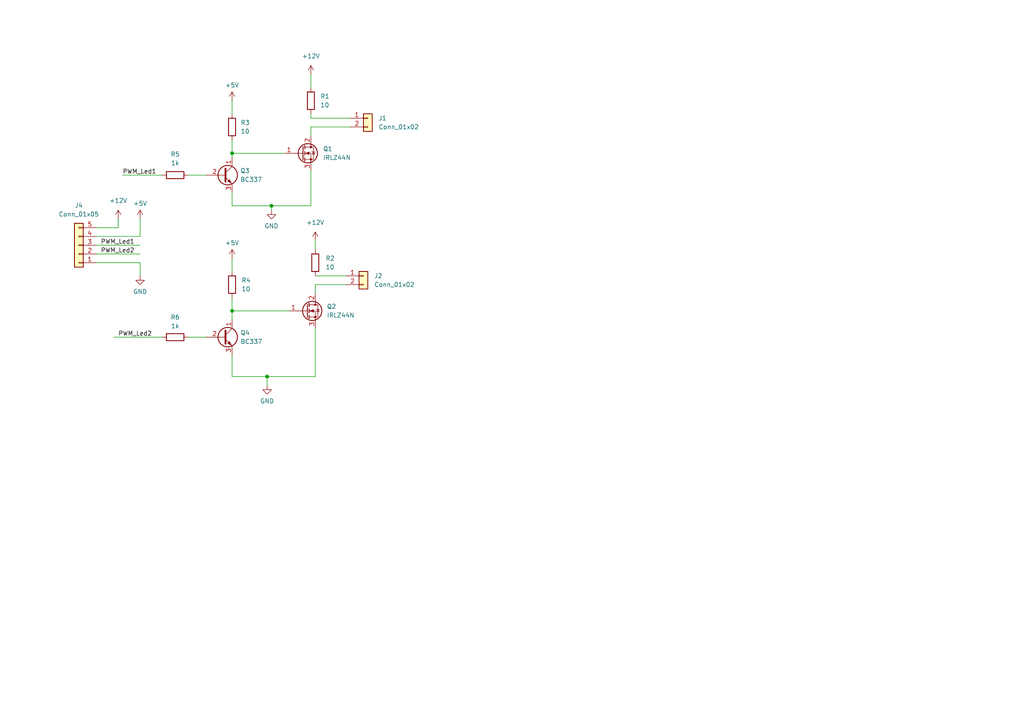
<source format=kicad_sch>
(kicad_sch (version 20230121) (generator eeschema)
  (paper "A4")
  (title_block (title "PWM Led control using IRFZ44N") (date "2025-01-22"))
  (lib_symbols
    (symbol "Connector_Generic:Conn_01x02" (pin_names (offset 1.016) hide)
      (property "Reference" "J" (at 0 2.54 0))
      (property "Value" "Conn_01x02" (at 0 -5.08 0))
      (symbol "Conn_01x02_1_1"
        (rectangle (start -1.27 -2.413) (end 0 -2.667) (stroke (width 0.1524)))
        (rectangle (start -1.27 0.127) (end 0 -0.127) (stroke (width 0.1524)))
        (rectangle (start -1.27 1.27) (end 1.27 -3.81) (stroke (width 0.254)) (fill (type background)))
        (pin passive line (at -5.08 0 0) (length 3.81) (name "Pin_1") (number "1"))
        (pin passive line (at -5.08 -2.54 0) (length 3.81) (name "Pin_2") (number "2"))
      )
    )
    (symbol "Connector_Generic:Conn_01x05" (pin_names (offset 1.016) hide)
      (property "Reference" "J" (at 0 7.62 0))
      (property "Value" "Conn_01x05" (at 0 -7.62 0))
      (symbol "Conn_01x05_1_1"
        (rectangle (start -1.27 -4.953) (end 0 -5.207) (stroke (width 0.1524)))
        (rectangle (start -1.27 -2.413) (end 0 -2.667) (stroke (width 0.1524)))
        (rectangle (start -1.27 0.127) (end 0 -0.127) (stroke (width 0.1524)))
        (rectangle (start -1.27 2.667) (end 0 2.413) (stroke (width 0.1524)))
        (rectangle (start -1.27 5.207) (end 0 4.953) (stroke (width 0.1524)))
        (rectangle (start -1.27 6.35) (end 1.27 -6.35) (stroke (width 0.254)) (fill (type background)))
        (pin passive line (at -5.08 5.08 0) (length 3.81) (name "Pin_1") (number "1"))
        (pin passive line (at -5.08 2.54 0) (length 3.81) (name "Pin_2") (number "2"))
        (pin passive line (at -5.08 0 0) (length 3.81) (name "Pin_3") (number "3"))
        (pin passive line (at -5.08 -2.54 0) (length 3.81) (name "Pin_4") (number "4"))
        (pin passive line (at -5.08 -5.08 0) (length 3.81) (name "Pin_5") (number "5"))
      )
    )
    (symbol "Device:R" (pin_numbers hide) (pin_names (offset 0))
      (property "Reference" "R" (at 2.032 0 90))
      (property "Value" "R" (at 0 0 90))
      (symbol "R_0_1"
        (rectangle (start -1.016 -2.54) (end 1.016 2.54) (stroke (width 0.254)))
      )
      (symbol "R_1_1"
        (pin passive line (at 0 3.81 270) (length 1.27) (name "~") (number "1"))
        (pin passive line (at 0 -3.81 90) (length 1.27) (name "~") (number "2"))
      )
    )
    (symbol "Transistor_BJT:BC337" (pin_names (offset 0) hide)
      (property "Reference" "Q" (at 5.08 1.905 0))
      (property "Value" "BC337" (at 5.08 0 0))
      (symbol "BC337_0_1"
        (polyline (pts (xy 0 0) (xy 0.635 0)))
        (polyline (pts (xy 0.635 0.635) (xy 2.54 2.54)))
        (polyline (pts (xy 0.635 -0.635) (xy 2.54 -2.54) (xy 2.54 -2.54)))
        (polyline (pts (xy 0.635 1.905) (xy 0.635 -1.905) (xy 0.635 -1.905)) (stroke (width 0.508)))
        (polyline (pts (xy 1.27 -1.778) (xy 1.778 -1.27) (xy 2.286 -2.286) (xy 1.27 -1.778) (xy 1.27 -1.778)) (fill (type outline)))
        (circle (center 1.27 0) (radius 2.8194) (stroke (width 0.254)))
      )
      (symbol "BC337_1_1"
        (pin passive line (at 2.54 5.08 270) (length 2.54) (name "C") (number "1"))
        (pin input line (at -5.08 0 0) (length 5.08) (name "B") (number "2"))
        (pin passive line (at 2.54 -5.08 90) (length 2.54) (name "E") (number "3"))
      )
    )
    (symbol "Transistor_FET:IRLZ44N" (pin_names hide)
      (property "Reference" "Q" (at 6.35 1.905 0))
      (property "Value" "IRLZ44N" (at 6.35 0 0))
      (symbol "IRLZ44N_0_1"
        (polyline (pts (xy 0.254 0) (xy -2.54 0)))
        (polyline (pts (xy 0.254 1.905) (xy 0.254 -1.905)) (stroke (width 0.254)))
        (polyline (pts (xy 0.762 -1.27) (xy 0.762 -2.286)) (stroke (width 0.254)))
        (polyline (pts (xy 0.762 0.508) (xy 0.762 -0.508)) (stroke (width 0.254)))
        (polyline (pts (xy 0.762 2.286) (xy 0.762 1.27)) (stroke (width 0.254)))
        (polyline (pts (xy 2.54 2.54) (xy 2.54 1.778)))
        (polyline (pts (xy 2.54 -2.54) (xy 2.54 0) (xy 0.762 0)))
        (polyline (pts (xy 0.762 -1.778) (xy 3.302 -1.778) (xy 3.302 1.778) (xy 0.762 1.778)))
        (polyline (pts (xy 1.016 0) (xy 2.032 0.381) (xy 2.032 -0.381) (xy 1.016 0)) (fill (type outline)))
        (polyline (pts (xy 2.794 0.508) (xy 2.921 0.381) (xy 3.683 0.381) (xy 3.81 0.254)))
        (polyline (pts (xy 3.302 0.381) (xy 2.921 -0.254) (xy 3.683 -0.254) (xy 3.302 0.381)))
        (circle (center 1.651 0) (radius 2.794) (stroke (width 0.254)))
        (circle (center 2.54 -1.778) (radius 0.254) (fill (type outline)))
        (circle (center 2.54 1.778) (radius 0.254) (fill (type outline)))
      )
      (symbol "IRLZ44N_1_1"
        (pin input line (at -5.08 0 0) (length 2.54) (name "G") (number "1"))
        (pin passive line (at 2.54 5.08 270) (length 2.54) (name "D") (number "2"))
        (pin passive line (at 2.54 -5.08 90) (length 2.54) (name "S") (number "3"))
      )
    )
    (symbol "power:+12V" (power) (pin_names (offset 0))
      (property "Value" "+12V" (at 0 3.556 0))
      (symbol "+12V_0_1"
        (polyline (pts (xy -0.762 1.27) (xy 0 2.54)))
        (polyline (pts (xy 0 0) (xy 0 2.54)))
        (polyline (pts (xy 0 2.54) (xy 0.762 1.27)))
      )
      (symbol "+12V_1_1"
        (pin power_in line (at 0 0 90) (length 0) hide (name "+12V") (number "1"))
      )
    )
    (symbol "power:+5V" (power) (pin_names (offset 0))
      (property "Value" "+5V" (at 0 3.556 0))
      (symbol "+5V_0_1"
        (polyline (pts (xy -0.762 1.27) (xy 0 2.54)))
        (polyline (pts (xy 0 0) (xy 0 2.54)))
        (polyline (pts (xy 0 2.54) (xy 0.762 1.27)))
      )
      (symbol "+5V_1_1"
        (pin power_in line (at 0 0 90) (length 0) hide (name "+5V") (number "1"))
      )
    )
    (symbol "power:GND" (power) (pin_names (offset 0))
      (property "Value" "GND" (at 0 -3.81 0))
      (symbol "GND_0_1"
        (polyline (pts (xy 0 0) (xy 0 -1.27) (xy 1.27 -1.27) (xy 0 -2.54) (xy -1.27 -1.27) (xy 0 -1.27)))
      )
      (symbol "GND_1_1"
        (pin power_in line (at 0 0 270) (length 0) hide (name "GND") (number "1"))
      )
    )
  )
  (junction (at 67.31 44.45))
  (junction (at 77.47 109.22))
  (junction (at 78.74 59.69))
  (junction (at 67.31 90.17))
  (wire (pts (xy 90.17 36.83) (xy 101.6 36.83)))
  (wire (pts (xy 90.17 39.37) (xy 90.17 36.83)))
  (wire (pts (xy 91.44 80.01) (xy 100.33 80.01)))
  (wire (pts (xy 78.74 59.69) (xy 90.17 59.69)))
  (wire (pts (xy 35.56 50.8) (xy 46.99 50.8)))
  (wire (pts (xy 54.61 97.79) (xy 59.69 97.79)))
  (wire (pts (xy 91.44 85.09) (xy 91.44 82.55)))
  (wire (pts (xy 101.6 34.29) (xy 90.17 34.29)))
  (wire (pts (xy 90.17 33.02) (xy 90.17 34.29)))
  (wire (pts (xy 40.64 76.2) (xy 40.64 80.01)))
  (wire (pts (xy 27.94 71.12) (xy 40.64 71.12)))
  (wire (pts (xy 54.61 50.8) (xy 59.69 50.8)))
  (wire (pts (xy 27.94 66.04) (xy 34.29 66.04)))
  (wire (pts (xy 77.47 109.22) (xy 67.31 109.22)))
  (wire (pts (xy 67.31 74.93) (xy 67.31 78.74)))
  (wire (pts (xy 77.47 109.22) (xy 77.47 111.76)))
  (wire (pts (xy 90.17 21.59) (xy 90.17 25.4)))
  (wire (pts (xy 67.31 102.87) (xy 67.31 109.22)))
  (wire (pts (xy 27.94 73.66) (xy 40.64 73.66)))
  (wire (pts (xy 67.31 86.36) (xy 67.31 90.17)))
  (wire (pts (xy 67.31 59.69) (xy 78.74 59.69)))
  (wire (pts (xy 67.31 40.64) (xy 67.31 44.45)))
  (wire (pts (xy 27.94 68.58) (xy 40.64 68.58)))
  (wire (pts (xy 91.44 109.22) (xy 77.47 109.22)))
  (wire (pts (xy 91.44 95.25) (xy 91.44 109.22)))
  (wire (pts (xy 67.31 90.17) (xy 83.82 90.17)))
  (wire (pts (xy 91.44 82.55) (xy 100.33 82.55)))
  (wire (pts (xy 34.29 66.04) (xy 34.29 63.5)))
  (wire (pts (xy 40.64 68.58) (xy 40.64 63.5)))
  (wire (pts (xy 67.31 44.45) (xy 67.31 45.72)))
  (wire (pts (xy 27.94 76.2) (xy 40.64 76.2)))
  (wire (pts (xy 90.17 49.53) (xy 90.17 59.69)))
  (wire (pts (xy 67.31 29.21) (xy 67.31 33.02)))
  (wire (pts (xy 67.31 55.88) (xy 67.31 59.69)))
  (wire (pts (xy 67.31 44.45) (xy 82.55 44.45)))
  (wire (pts (xy 91.44 69.85) (xy 91.44 72.39)))
  (wire (pts (xy 78.74 59.69) (xy 78.74 60.96)))
  (wire (pts (xy 33.02 97.79) (xy 46.99 97.79)))
  (wire (pts (xy 67.31 90.17) (xy 67.31 92.71)))
  (label "PWM_Led1" (at 29.21 71.12 0))
  (label "PWM_Led2" (at 29.21 73.66 0))
  (label "PWM_Led2" (at 34.29 97.79 0))
  (label "PWM_Led1" (at 35.56 50.8 0))
  (symbol (lib_id "Connector_Generic:Conn_01x02") (at 105.41 80.01 0) (unit 1)
    (property "Reference" "J2" (at 108.5088 80.01 0) (effects (justify left)))
    (property "Value" "Conn_01x02" (at 108.5088 82.55 0) (effects (justify left)))
  )
  (symbol (lib_id "Connector_Generic:Conn_01x02") (at 106.68 34.29 0) (unit 1)
    (property "Reference" "J1" (at 109.7788 34.29 0) (effects (justify left)))
    (property "Value" "Conn_01x02" (at 109.7788 36.83 0) (effects (justify left)))
  )
  (symbol (lib_id "Device:R") (at 50.8 50.8 90) (unit 1)
    (property "Reference" "R5" (at 50.8 44.7548 90))
    (property "Value" "1k" (at 50.8 47.2948 90))
  )
  (symbol (lib_id "Device:R") (at 91.44 76.2 0) (unit 1)
    (property "Reference" "R2" (at 94.4118 74.93 0) (effects (justify left)))
    (property "Value" "10" (at 94.4118 77.47 0) (effects (justify left)))
  )
  (symbol (lib_id "power:+12V") (at 90.17 21.59 0) (unit 1)
    (property "Reference" "#PWR06" (effects hide))
    (property "Value" "+12V" (at 90.17 16.2814 0))
  )
  (symbol (lib_id "Device:R") (at 67.31 82.55 0) (unit 1)
    (property "Reference" "R4" (at 70.0278 81.28 0) (effects (justify left)))
    (property "Value" "10" (at 70.0278 83.82 0) (effects (justify left)))
  )
  (symbol (lib_id "power:+12V") (at 91.44 69.85 0) (unit 1)
    (property "Reference" "#PWR07" (effects hide))
    (property "Value" "+12V" (at 91.44 64.5414 0))
  )
  (symbol (lib_id "Transistor_FET:IRLZ44N") (at 88.9 90.17 0) (unit 1)
    (property "Reference" "Q2" (at 94.7674 88.9 0) (effects (justify left)))
    (property "Value" "IRLZ44N" (at 94.7674 91.44 0) (effects (justify left)))
    (property "Footprint" "Package_TO_SOT_THT:TO-220-3_Vertical" (effects hide))
    (property "Datasheet" "http://www.irf.com/product-info/datasheets/data/irlz44n.pdf" (effects hide))
  )
  (symbol (lib_id "Device:R") (at 67.31 36.83 0) (unit 1)
    (property "Reference" "R3" (at 69.7738 35.56 0) (effects (justify left)))
    (property "Value" "10" (at 69.7738 38.1 0) (effects (justify left)))
  )
  (symbol (lib_id "power:+12V") (at 34.29 63.5 0) (unit 1)
    (property "Reference" "#PWR05" (effects hide))
    (property "Value" "+12V" (at 34.29 58.1914 0))
  )
  (symbol (lib_id "Device:R") (at 90.17 29.21 0) (unit 1)
    (property "Reference" "R1" (at 92.8878 27.94 0) (effects (justify left)))
    (property "Value" "10" (at 92.8878 30.48 0) (effects (justify left)))
  )
  (symbol (lib_id "Transistor_FET:IRLZ44N") (at 87.63 44.45 0) (unit 1)
    (property "Reference" "Q1" (at 93.6752 43.18 0) (effects (justify left)))
    (property "Value" "IRLZ44N" (at 93.6752 45.72 0) (effects (justify left)))
    (property "Footprint" "Package_TO_SOT_THT:TO-220-3_Vertical" (effects hide))
    (property "Datasheet" "http://www.irf.com/product-info/datasheets/data/irlz44n.pdf" (effects hide))
  )
  (symbol (lib_id "Device:R") (at 50.8 97.79 90) (unit 1)
    (property "Reference" "R6" (at 50.8 92.0242 90))
    (property "Value" "1k" (at 50.8 94.5642 90))
  )
  (symbol (lib_id "power:GND") (at 78.74 60.96 0) (unit 1)
    (property "Reference" "#PWR08" (effects hide))
    (property "Value" "GND" (at 78.74 65.532 0))
  )
  (symbol (lib_id "power:+5V") (at 67.31 74.93 0) (unit 1)
    (property "Reference" "#PWR04" (effects hide))
    (property "Value" "+5V" (at 67.31 70.4342 0))
  )
  (symbol (lib_id "power:+5V") (at 40.64 63.5 0) (unit 1)
    (property "Reference" "#PWR01" (effects hide))
    (property "Value" "+5V" (at 40.64 59.0042 0))
  )
  (symbol (lib_id "Transistor_BJT:BC337") (at 64.77 50.8 0) (unit 1)
    (property "Reference" "Q3" (at 69.6722 49.53 0) (effects (justify left)))
    (property "Value" "BC337" (at 69.6722 52.07 0) (effects (justify left)))
    (property "Footprint" "Package_TO_SOT_THT:TO-92_Inline" (effects hide))
    (property "Datasheet" "https://diotec.com/tl_files/diotec/files/pdf/datasheets/bc337.pdf" (effects hide))
  )
  (symbol (lib_id "power:+5V") (at 67.31 29.21 0) (unit 1)
    (property "Reference" "#PWR03" (effects hide))
    (property "Value" "+5V" (at 67.31 24.7142 0))
  )
  (symbol (lib_id "Connector_Generic:Conn_01x05") (at 22.86 71.12 180) (unit 1)
    (property "Reference" "J4" (at 22.86 59.5884 0))
    (property "Value" "Conn_01x05" (at 22.86 62.1284 0))
  )
  (symbol (lib_id "Transistor_BJT:BC337") (at 64.77 97.79 0) (unit 1)
    (property "Reference" "Q4" (at 69.723 96.52 0) (effects (justify left)))
    (property "Value" "BC337" (at 69.723 99.06 0) (effects (justify left)))
    (property "Footprint" "Package_TO_SOT_THT:TO-92_Inline" (effects hide))
    (property "Datasheet" "https://diotec.com/tl_files/diotec/files/pdf/datasheets/bc337.pdf" (effects hide))
  )
  (symbol (lib_id "power:GND") (at 40.64 80.01 0) (unit 1)
    (property "Reference" "#PWR02" (effects hide))
    (property "Value" "GND" (at 40.64 84.582 0))
  )
  (symbol (lib_id "power:GND") (at 77.47 111.76 0) (unit 1)
    (property "Reference" "#PWR09" (effects hide))
    (property "Value" "GND" (at 77.47 116.332 0))
  )
)
</source>
